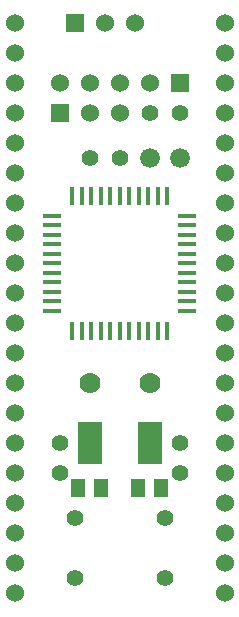
<source format=gts>
G04 (created by PCBNEW (2013-mar-13)-testing) date Wed 17 Sep 2014 03:38:06 PM PDT*
%MOIN*%
G04 Gerber Fmt 3.4, Leading zero omitted, Abs format*
%FSLAX34Y34*%
G01*
G70*
G90*
G04 APERTURE LIST*
%ADD10C,0.005906*%
%ADD11C,0.055000*%
%ADD12R,0.051200X0.059000*%
%ADD13C,0.066000*%
%ADD14R,0.016000X0.060000*%
%ADD15R,0.060000X0.016000*%
%ADD16R,0.060000X0.060000*%
%ADD17C,0.060000*%
%ADD18C,0.070000*%
%ADD19R,0.080000X0.140000*%
G04 APERTURE END LIST*
G54D10*
G54D11*
X57500Y-32000D03*
X56500Y-32000D03*
X59500Y-41500D03*
X59500Y-42500D03*
X55500Y-41500D03*
X55500Y-42500D03*
G54D12*
X56875Y-43000D03*
X56125Y-43000D03*
X58125Y-43000D03*
X58875Y-43000D03*
G54D13*
X58500Y-32000D03*
X59500Y-32000D03*
G54D14*
X57500Y-33250D03*
X57185Y-33250D03*
X56870Y-33250D03*
X56555Y-33250D03*
X56240Y-33250D03*
X55925Y-33250D03*
X57815Y-33250D03*
X58130Y-33250D03*
X58445Y-33250D03*
X58760Y-33250D03*
X59075Y-33250D03*
X57500Y-37750D03*
X57185Y-37750D03*
X56870Y-37750D03*
X56555Y-37750D03*
X56240Y-37750D03*
X55925Y-37750D03*
X57815Y-37750D03*
X58130Y-37750D03*
X58445Y-37750D03*
X58760Y-37750D03*
X59075Y-37750D03*
G54D15*
X55250Y-35500D03*
X59750Y-35500D03*
X55250Y-35815D03*
X59750Y-35815D03*
X59750Y-36130D03*
X55250Y-36130D03*
X55250Y-36445D03*
X59750Y-36445D03*
X59750Y-36760D03*
X55250Y-36760D03*
X55250Y-37075D03*
X59750Y-37075D03*
X59750Y-35185D03*
X55250Y-35185D03*
X55250Y-34870D03*
X59750Y-34870D03*
X59750Y-34555D03*
X55250Y-34555D03*
X55250Y-34240D03*
X59750Y-34240D03*
X59750Y-33925D03*
X55250Y-33925D03*
G54D16*
X56000Y-27500D03*
G54D17*
X57000Y-27500D03*
X58000Y-27500D03*
X54000Y-27500D03*
X54000Y-28500D03*
X54000Y-29500D03*
X54000Y-30500D03*
X54000Y-31500D03*
X54000Y-32500D03*
X54000Y-33500D03*
X54000Y-34500D03*
X54000Y-35500D03*
X54000Y-36500D03*
X54000Y-37500D03*
X54000Y-38500D03*
X54000Y-39500D03*
X54000Y-40500D03*
X54000Y-41500D03*
X54000Y-42500D03*
X54000Y-43500D03*
X54000Y-44500D03*
X54000Y-45500D03*
X54000Y-46500D03*
G54D16*
X55500Y-30500D03*
G54D17*
X55500Y-29500D03*
X56500Y-30500D03*
X56500Y-29500D03*
X57500Y-30500D03*
X57500Y-29500D03*
X61000Y-27500D03*
X61000Y-28500D03*
X61000Y-29500D03*
X61000Y-30500D03*
X61000Y-31500D03*
X61000Y-32500D03*
X61000Y-33500D03*
X61000Y-34500D03*
X61000Y-35500D03*
X61000Y-36500D03*
X61000Y-37500D03*
X61000Y-38500D03*
X61000Y-39500D03*
X61000Y-40500D03*
X61000Y-41500D03*
X61000Y-42500D03*
X61000Y-43500D03*
X61000Y-44500D03*
X61000Y-45500D03*
X61000Y-46500D03*
G54D11*
X59500Y-30500D03*
X58500Y-30500D03*
X59000Y-44000D03*
X59000Y-46000D03*
X56000Y-44000D03*
X56000Y-46000D03*
G54D18*
X56500Y-39500D03*
X58500Y-39500D03*
G54D19*
X56500Y-41500D03*
X58500Y-41500D03*
G54D16*
X59500Y-29500D03*
G54D17*
X58500Y-29500D03*
M02*

</source>
